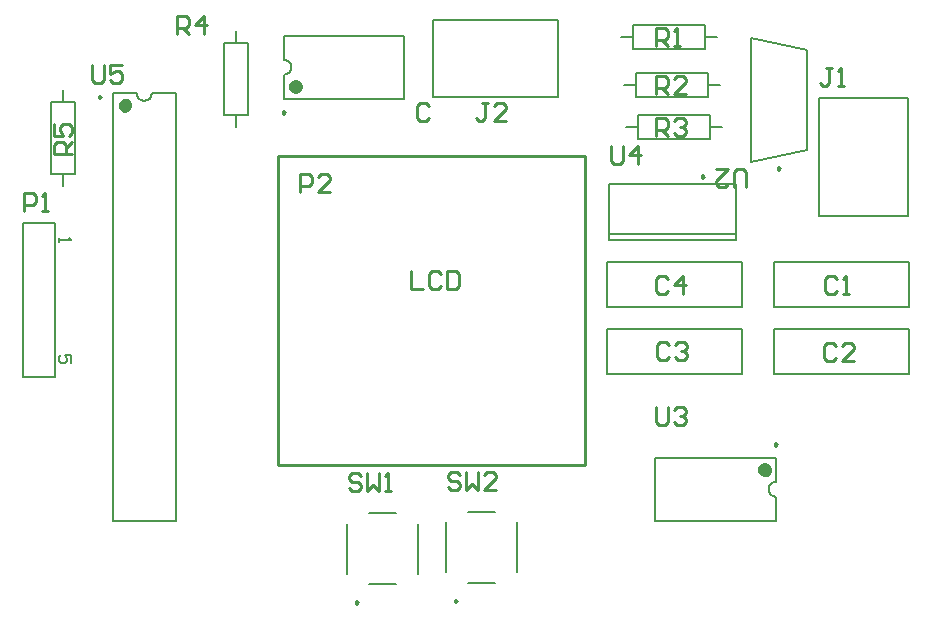
<source format=gto>
G04*
G04 #@! TF.GenerationSoftware,Altium Limited,Altium Designer,22.1.2 (22)*
G04*
G04 Layer_Color=65535*
%FSLAX25Y25*%
%MOIN*%
G70*
G04*
G04 #@! TF.SameCoordinates,1BA5BB5C-5110-4B30-B957-24BA070B8C90*
G04*
G04*
G04 #@! TF.FilePolarity,Positive*
G04*
G01*
G75*
%ADD10C,0.02362*%
%ADD11C,0.00984*%
%ADD12C,0.00787*%
%ADD13C,0.01000*%
%ADD14C,0.00600*%
D10*
X37185Y166823D02*
X36740Y167746D01*
X35741Y167974D01*
X34940Y167335D01*
Y166310D01*
X35741Y165671D01*
X36740Y165899D01*
X37185Y166823D01*
X94039Y173004D02*
X93595Y173927D01*
X92595Y174155D01*
X91794Y173516D01*
Y172492D01*
X92595Y171852D01*
X93595Y172081D01*
X94039Y173004D01*
X250393Y45321D02*
X249948Y46244D01*
X248949Y46472D01*
X248148Y45833D01*
Y44808D01*
X248949Y44169D01*
X249948Y44397D01*
X250393Y45321D01*
D11*
X27992Y169618D02*
X27254Y170044D01*
Y169192D01*
X27992Y169618D01*
X113634Y1087D02*
X112896Y1513D01*
Y660D01*
X113634Y1087D01*
X146634Y1587D02*
X145896Y2013D01*
Y1160D01*
X146634Y1587D01*
X254492Y145783D02*
X253754Y146210D01*
Y145357D01*
X254492Y145783D01*
X89374Y164500D02*
X88636Y164926D01*
Y164074D01*
X89374Y164500D01*
X228992Y143069D02*
X228254Y143496D01*
Y142643D01*
X228992Y143069D01*
X253484Y53825D02*
X252746Y54251D01*
Y53399D01*
X253484Y53825D01*
D12*
X40000Y170760D02*
X40190Y169803D01*
X40732Y168992D01*
X41543Y168450D01*
X42500Y168260D01*
X43457Y168450D01*
X44268Y168992D01*
X44810Y169803D01*
X45000Y170760D01*
X88921Y177000D02*
X89878Y177190D01*
X90689Y177732D01*
X91231Y178543D01*
X91421Y179500D01*
X91231Y180457D01*
X90689Y181268D01*
X89878Y181810D01*
X88921Y182000D01*
X253149Y41325D02*
X252192Y41135D01*
X251381Y40593D01*
X250839Y39781D01*
X250649Y38825D01*
X250839Y37868D01*
X251381Y37057D01*
X252192Y36515D01*
X253149Y36325D01*
X15500Y140000D02*
Y144000D01*
Y168000D02*
Y172000D01*
X11500Y144000D02*
Y168000D01*
Y144000D02*
X19500D01*
Y168000D01*
X11500D02*
X19500D01*
X252500Y99500D02*
X297500D01*
Y114500D01*
X252500D02*
X297500D01*
X252500Y99500D02*
Y114500D01*
Y92140D02*
X297500D01*
X252500Y77140D02*
Y92140D01*
Y77140D02*
X297500D01*
Y92140D01*
X196762Y114500D02*
X241762D01*
X196762Y99500D02*
Y114500D01*
Y99500D02*
X241762D01*
Y114500D01*
X196762Y77140D02*
X241762D01*
Y92140D01*
X196762D02*
X241762D01*
X196762Y77140D02*
Y92140D01*
X202500Y173500D02*
X206500D01*
X230500D02*
X234500D01*
X206500Y177500D02*
X230500D01*
X206500Y169500D02*
Y177500D01*
Y169500D02*
X230500D01*
Y177500D01*
X203000Y159500D02*
X207000D01*
X231000D02*
X235000D01*
X207000Y163500D02*
X231000D01*
X207000Y155500D02*
Y163500D01*
Y155500D02*
X231000D01*
Y163500D01*
X32067Y28240D02*
X52933D01*
X45000Y170760D02*
X52933D01*
X32067D02*
X40000D01*
X52933Y28240D02*
Y170760D01*
X32067Y28240D02*
Y170760D01*
X117555Y7209D02*
X126445D01*
X117555Y30791D02*
X126331D01*
X110209Y10717D02*
Y27268D01*
X133791Y10717D02*
Y27268D01*
X150555Y7709D02*
X159445D01*
X150555Y31291D02*
X159331D01*
X143209Y11217D02*
Y27768D01*
X166791Y11217D02*
Y27768D01*
X2205Y76409D02*
Y127591D01*
X12795D01*
Y76409D02*
Y127591D01*
X2205Y76409D02*
X12795D01*
X205500Y185500D02*
Y193500D01*
X229500D01*
Y185500D02*
Y193500D01*
X205500Y185500D02*
X229500D01*
X201500Y189500D02*
X205500D01*
X229500D02*
X233500D01*
X244748Y147752D02*
X263252Y151902D01*
X244748Y147949D02*
Y189051D01*
Y189248D02*
X263252Y185098D01*
Y151902D02*
Y185098D01*
X138713Y169705D02*
X180287D01*
X138713D02*
Y195295D01*
X180287D01*
Y169705D02*
Y195295D01*
X88921Y169067D02*
X129079D01*
X88921Y189933D02*
X129079D01*
X88921Y169067D02*
Y177000D01*
Y182000D02*
Y189933D01*
X129079Y169067D02*
Y189933D01*
X69209Y187537D02*
X77209D01*
Y163537D02*
Y187537D01*
X69209Y163537D02*
X77209D01*
X69209D02*
Y187537D01*
X73209D02*
Y191537D01*
Y159537D02*
Y163537D01*
X197437Y123975D02*
X239563D01*
X197437Y122006D02*
X239563D01*
X197437Y140510D02*
X239563D01*
Y122006D02*
Y140510D01*
X197437Y122006D02*
Y140510D01*
X297008Y130034D02*
Y169405D01*
X267480Y130034D02*
Y169405D01*
X297008D01*
X267480Y130034D02*
X297008D01*
X212598Y49258D02*
X253149D01*
X212598Y28392D02*
X253149D01*
Y41325D02*
Y49258D01*
Y28392D02*
Y36325D01*
X212598Y28392D02*
Y49258D01*
D13*
X87000Y47000D02*
X189500D01*
X87000D02*
Y150000D01*
X189500Y47000D02*
Y150000D01*
X87000D02*
X189500D01*
X131500Y111498D02*
Y105500D01*
X135499D01*
X141497Y110498D02*
X140497Y111498D01*
X138498D01*
X137498Y110498D01*
Y106500D01*
X138498Y105500D01*
X140497D01*
X141497Y106500D01*
X143496Y111498D02*
Y105500D01*
X146495D01*
X147495Y106500D01*
Y110498D01*
X146495Y111498D01*
X143496D01*
X25100Y180198D02*
Y175200D01*
X26100Y174200D01*
X28099D01*
X29099Y175200D01*
Y180198D01*
X35097D02*
X31098D01*
Y177199D01*
X33097Y178199D01*
X34097D01*
X35097Y177199D01*
Y175200D01*
X34097Y174200D01*
X32098D01*
X31098Y175200D01*
X197900Y153098D02*
Y148100D01*
X198900Y147100D01*
X200899D01*
X201899Y148100D01*
Y153098D01*
X206897Y147100D02*
Y153098D01*
X203898Y150099D01*
X207897D01*
X213200Y66198D02*
Y61200D01*
X214200Y60200D01*
X216199D01*
X217199Y61200D01*
Y66198D01*
X219198Y65198D02*
X220198Y66198D01*
X222197D01*
X223197Y65198D01*
Y64199D01*
X222197Y63199D01*
X221197D01*
X222197D01*
X223197Y62199D01*
Y61200D01*
X222197Y60200D01*
X220198D01*
X219198Y61200D01*
X242998Y139501D02*
Y144499D01*
X241999Y145499D01*
X239999D01*
X239000Y144499D01*
Y139501D01*
X233002Y145499D02*
X237000D01*
X233002Y141500D01*
Y140501D01*
X234001Y139501D01*
X236001D01*
X237000Y140501D01*
X137499Y166499D02*
X136500Y167499D01*
X134500D01*
X133501Y166499D01*
Y162501D01*
X134500Y161501D01*
X136500D01*
X137499Y162501D01*
X147699Y43698D02*
X146699Y44698D01*
X144700D01*
X143700Y43698D01*
Y42699D01*
X144700Y41699D01*
X146699D01*
X147699Y40699D01*
Y39700D01*
X146699Y38700D01*
X144700D01*
X143700Y39700D01*
X149698Y44698D02*
Y38700D01*
X151697Y40699D01*
X153697Y38700D01*
Y44698D01*
X159695Y38700D02*
X155696D01*
X159695Y42699D01*
Y43698D01*
X158695Y44698D01*
X156696D01*
X155696Y43698D01*
X114699Y43198D02*
X113699Y44198D01*
X111700D01*
X110700Y43198D01*
Y42199D01*
X111700Y41199D01*
X113699D01*
X114699Y40199D01*
Y39200D01*
X113699Y38200D01*
X111700D01*
X110700Y39200D01*
X116698Y44198D02*
Y38200D01*
X118697Y40199D01*
X120697Y38200D01*
Y44198D01*
X122696Y38200D02*
X124696D01*
X123696D01*
Y44198D01*
X122696Y43198D01*
X18499Y150502D02*
X12501D01*
Y153501D01*
X13501Y154500D01*
X15500D01*
X16500Y153501D01*
Y150502D01*
Y152501D02*
X18499Y154500D01*
X12501Y160498D02*
Y156500D01*
X15500D01*
X14500Y158499D01*
Y159499D01*
X15500Y160498D01*
X17499D01*
X18499Y159499D01*
Y157499D01*
X17499Y156500D01*
X53502Y190501D02*
Y196499D01*
X56501D01*
X57500Y195499D01*
Y193500D01*
X56501Y192500D01*
X53502D01*
X55501D02*
X57500Y190501D01*
X62499D02*
Y196499D01*
X59500Y193500D01*
X63498D01*
X213002Y156501D02*
Y162499D01*
X216001D01*
X217000Y161499D01*
Y159500D01*
X216001Y158500D01*
X213002D01*
X215001D02*
X217000Y156501D01*
X219000Y161499D02*
X219999Y162499D01*
X221999D01*
X222998Y161499D01*
Y160500D01*
X221999Y159500D01*
X220999D01*
X221999D01*
X222998Y158500D01*
Y157501D01*
X221999Y156501D01*
X219999D01*
X219000Y157501D01*
X213002Y170501D02*
Y176499D01*
X216001D01*
X217000Y175499D01*
Y173500D01*
X216001Y172500D01*
X213002D01*
X215001D02*
X217000Y170501D01*
X222998D02*
X219000D01*
X222998Y174500D01*
Y175499D01*
X221999Y176499D01*
X219999D01*
X219000Y175499D01*
X213001Y186501D02*
Y192499D01*
X216000D01*
X217000Y191499D01*
Y189500D01*
X216000Y188500D01*
X213001D01*
X215001D02*
X217000Y186501D01*
X218999D02*
X220999D01*
X219999D01*
Y192499D01*
X218999Y191499D01*
X94502Y138001D02*
Y143999D01*
X97501D01*
X98500Y142999D01*
Y141000D01*
X97501Y140000D01*
X94502D01*
X104498Y138001D02*
X100500D01*
X104498Y142000D01*
Y142999D01*
X103499Y143999D01*
X101499D01*
X100500Y142999D01*
X2300Y131500D02*
Y137498D01*
X5299D01*
X6299Y136498D01*
Y134499D01*
X5299Y133499D01*
X2300D01*
X8298Y131500D02*
X10297D01*
X9298D01*
Y137498D01*
X8298Y136498D01*
X157000Y167499D02*
X155001D01*
X156001D01*
Y162501D01*
X155001Y161501D01*
X154001D01*
X153002Y162501D01*
X162998Y161501D02*
X159000D01*
X162998Y165500D01*
Y166499D01*
X161999Y167499D01*
X159999D01*
X159000Y166499D01*
X271599Y179298D02*
X269599D01*
X270599D01*
Y174300D01*
X269599Y173300D01*
X268600D01*
X267600Y174300D01*
X273598Y173300D02*
X275597D01*
X274598D01*
Y179298D01*
X273598Y178298D01*
X217000Y108999D02*
X216001Y109999D01*
X214001D01*
X213002Y108999D01*
Y105001D01*
X214001Y104001D01*
X216001D01*
X217000Y105001D01*
X221999Y104001D02*
Y109999D01*
X219000Y107000D01*
X222998D01*
X217500Y86999D02*
X216501Y87999D01*
X214501D01*
X213502Y86999D01*
Y83001D01*
X214501Y82001D01*
X216501D01*
X217500Y83001D01*
X219500Y86999D02*
X220499Y87999D01*
X222499D01*
X223498Y86999D01*
Y86000D01*
X222499Y85000D01*
X221499D01*
X222499D01*
X223498Y84000D01*
Y83001D01*
X222499Y82001D01*
X220499D01*
X219500Y83001D01*
X273000Y86499D02*
X272001Y87499D01*
X270001D01*
X269002Y86499D01*
Y82501D01*
X270001Y81501D01*
X272001D01*
X273000Y82501D01*
X278998Y81501D02*
X275000D01*
X278998Y85500D01*
Y86499D01*
X277999Y87499D01*
X275999D01*
X275000Y86499D01*
X273500Y108999D02*
X272500Y109999D01*
X270501D01*
X269501Y108999D01*
Y105001D01*
X270501Y104001D01*
X272500D01*
X273500Y105001D01*
X275499Y104001D02*
X277499D01*
X276499D01*
Y109999D01*
X275499Y108999D01*
D14*
X14193Y122472D02*
Y121140D01*
Y121806D01*
X18192D01*
X17525Y122472D01*
X18192Y80830D02*
Y83496D01*
X16192D01*
X16859Y82163D01*
Y81497D01*
X16192Y80830D01*
X14859D01*
X14193Y81497D01*
Y82830D01*
X14859Y83496D01*
M02*

</source>
